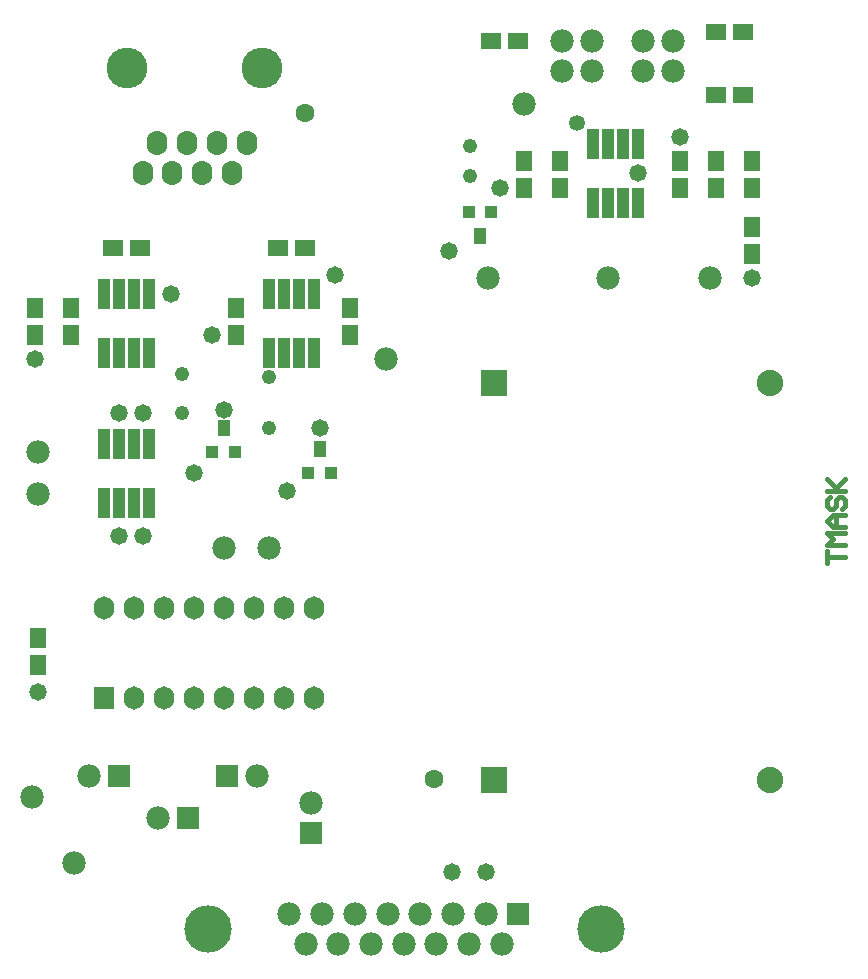
<source format=gts>
%FSLAX24Y24*%
%MOIN*%
G70*
G01*
G75*
%ADD10R,0.0500X0.0600*%
%ADD11R,0.0320X0.0950*%
%ADD12R,0.0360X0.0360*%
%ADD13R,0.0600X0.0500*%
%ADD14R,0.0360X0.0500*%
%ADD15C,0.0200*%
%ADD16C,0.0150*%
%ADD17C,0.0300*%
%ADD18R,0.1000X0.6600*%
%ADD19R,0.0600X0.0700*%
%ADD20O,0.0600X0.0700*%
%ADD21C,0.0700*%
%ADD22C,0.1500*%
%ADD23R,0.0700X0.0700*%
%ADD24C,0.1280*%
%ADD25O,0.0600X0.0750*%
%ADD26R,0.0800X0.0800*%
%ADD27C,0.0800*%
%ADD28R,0.0650X0.0650*%
%ADD29C,0.0500*%
%ADD30C,0.0400*%
%ADD31C,0.0550*%
%ADD32C,0.0450*%
%ADD33C,0.0120*%
%ADD34C,0.0500*%
%ADD35C,0.0400*%
%ADD36R,0.1000X0.3500*%
%ADD37C,0.0100*%
%ADD38C,0.0079*%
%ADD39C,0.0080*%
%ADD40C,0.0000*%
%ADD41R,0.0580X0.0680*%
%ADD42R,0.0400X0.1030*%
%ADD43R,0.0440X0.0440*%
%ADD44R,0.0680X0.0580*%
%ADD45R,0.0440X0.0580*%
%ADD46R,0.0680X0.0780*%
%ADD47O,0.0680X0.0780*%
%ADD48C,0.0780*%
%ADD49C,0.1580*%
%ADD50R,0.0780X0.0780*%
%ADD51C,0.1360*%
%ADD52O,0.0680X0.0830*%
%ADD53R,0.0880X0.0880*%
%ADD54C,0.0880*%
%ADD55R,0.0730X0.0730*%
%ADD56C,0.0580*%
%ADD57C,0.0480*%
%ADD58C,0.0630*%
%ADD59C,0.0530*%
D16*
X134200Y82000D02*
Y82400D01*
Y82200D01*
X134800D01*
Y82600D02*
X134200D01*
X134400Y82800D01*
X134200Y83000D01*
X134800D01*
Y83200D02*
X134400D01*
X134200Y83400D01*
X134400Y83599D01*
X134800D01*
X134500D01*
Y83200D01*
X134300Y84199D02*
X134200Y84099D01*
Y83899D01*
X134300Y83799D01*
X134400D01*
X134500Y83899D01*
Y84099D01*
X134600Y84199D01*
X134700D01*
X134800Y84099D01*
Y83899D01*
X134700Y83799D01*
X134200Y84399D02*
X134800D01*
X134600D01*
X134200Y84799D01*
X134500Y84499D01*
X134800Y84799D01*
D41*
X131700Y95400D02*
D03*
Y94500D02*
D03*
X107800Y89600D02*
D03*
Y90500D02*
D03*
X114500Y89600D02*
D03*
Y90500D02*
D03*
X129300Y94500D02*
D03*
X131700Y93200D02*
D03*
X125300Y94500D02*
D03*
X131700Y92300D02*
D03*
X118300Y89600D02*
D03*
X109000D02*
D03*
X118300Y90500D02*
D03*
X129300Y95400D02*
D03*
X125300D02*
D03*
X109000Y90500D02*
D03*
X124100Y94500D02*
D03*
X107900Y78600D02*
D03*
X124100Y95400D02*
D03*
X107900Y79500D02*
D03*
X130500Y95400D02*
D03*
Y94500D02*
D03*
D42*
X116100Y89000D02*
D03*
X117100D02*
D03*
X115600Y90969D02*
D03*
X116100D02*
D03*
X116600D02*
D03*
X117100D02*
D03*
X115600Y89000D02*
D03*
X116600D02*
D03*
X110600Y84000D02*
D03*
X111600D02*
D03*
X110100Y85969D02*
D03*
X110600D02*
D03*
X111100D02*
D03*
X111600D02*
D03*
X110100Y84000D02*
D03*
X111100D02*
D03*
X127900Y95969D02*
D03*
X127400D02*
D03*
X126900D02*
D03*
X111100Y89000D02*
D03*
X110600D02*
D03*
X127900Y94000D02*
D03*
X126400Y95969D02*
D03*
X110100Y89000D02*
D03*
X126400Y94000D02*
D03*
X110100Y90969D02*
D03*
X111100D02*
D03*
X110600D02*
D03*
X127400Y94000D02*
D03*
X126900D02*
D03*
X111600Y90969D02*
D03*
Y89000D02*
D03*
D43*
X123000Y93700D02*
D03*
X113700Y85700D02*
D03*
X117650Y85000D02*
D03*
X114450Y85700D02*
D03*
X122250Y93700D02*
D03*
X116900Y85000D02*
D03*
D44*
X115900Y92500D02*
D03*
X116800D02*
D03*
X130500Y97600D02*
D03*
Y99700D02*
D03*
X131400D02*
D03*
Y97600D02*
D03*
X111300Y92500D02*
D03*
X110400D02*
D03*
X123900Y99400D02*
D03*
X123000D02*
D03*
D45*
X122620Y92900D02*
D03*
X114080Y86500D02*
D03*
X117280Y85800D02*
D03*
D46*
X110100Y77500D02*
D03*
D47*
X111100D02*
D03*
X112100Y77500D02*
D03*
X113100D02*
D03*
X114100D02*
D03*
X115100Y77500D02*
D03*
X116100D02*
D03*
X117100Y77500D02*
D03*
X117100Y80500D02*
D03*
X116100D02*
D03*
X115100Y80500D02*
D03*
X114100D02*
D03*
X113100Y80500D02*
D03*
X112100Y80500D02*
D03*
X111100D02*
D03*
X110100D02*
D03*
D48*
X107900Y84311D02*
D03*
Y85689D02*
D03*
X118990Y69300D02*
D03*
X121170D02*
D03*
X122260D02*
D03*
X123350D02*
D03*
X118450Y70300D02*
D03*
X120630D02*
D03*
X119540Y70300D02*
D03*
X117360Y70300D02*
D03*
X116270Y70300D02*
D03*
X121720D02*
D03*
X122810Y70300D02*
D03*
X117900Y69300D02*
D03*
X116810D02*
D03*
X120080D02*
D03*
X107700Y74200D02*
D03*
X122900Y91500D02*
D03*
X130300D02*
D03*
X114100Y82500D02*
D03*
X124100Y97300D02*
D03*
X126900Y91500D02*
D03*
X109600Y74900D02*
D03*
X111900Y73500D02*
D03*
X115200Y74900D02*
D03*
X117000Y74000D02*
D03*
X126350Y99400D02*
D03*
Y98400D02*
D03*
X125350Y99400D02*
D03*
Y98400D02*
D03*
X129050Y99400D02*
D03*
Y98400D02*
D03*
X128050Y99400D02*
D03*
Y98400D02*
D03*
X115600Y82500D02*
D03*
X109100Y72000D02*
D03*
X119500Y88800D02*
D03*
D49*
X113550Y69800D02*
D03*
X126650Y69800D02*
D03*
D50*
X123900Y70300D02*
D03*
D51*
X110850Y98500D02*
D03*
X115350D02*
D03*
D52*
X111850Y96000D02*
D03*
X111400Y95000D02*
D03*
X112350Y95000D02*
D03*
X113850Y96000D02*
D03*
X113350Y95000D02*
D03*
X112850Y96000D02*
D03*
X114850Y96000D02*
D03*
X114350Y95000D02*
D03*
D53*
X123100Y74750D02*
D03*
Y88000D02*
D03*
D54*
X132300Y74750D02*
D03*
Y88000D02*
D03*
D55*
X110600Y74900D02*
D03*
X112900Y73500D02*
D03*
X114200Y74900D02*
D03*
X117000Y73000D02*
D03*
D56*
X122810Y71690D02*
D03*
X121700Y71700D02*
D03*
X121600Y92400D02*
D03*
X116200Y84400D02*
D03*
X131700Y91500D02*
D03*
X107800Y88800D02*
D03*
X107900Y77700D02*
D03*
X113100Y85000D02*
D03*
X117300Y86500D02*
D03*
X114100Y87100D02*
D03*
X129300Y96200D02*
D03*
X127900Y95000D02*
D03*
X123300Y94500D02*
D03*
X111400Y87000D02*
D03*
X110600D02*
D03*
Y82900D02*
D03*
X111400D02*
D03*
X117800Y91600D02*
D03*
X113700Y89600D02*
D03*
X112331Y90969D02*
D03*
D57*
X122300Y95900D02*
D03*
Y94900D02*
D03*
X112700Y87000D02*
D03*
Y88300D02*
D03*
X115600Y88200D02*
D03*
Y86500D02*
D03*
D58*
X116800Y97000D02*
D03*
X121100Y74800D02*
D03*
D59*
X125869Y96669D02*
D03*
M02*

</source>
